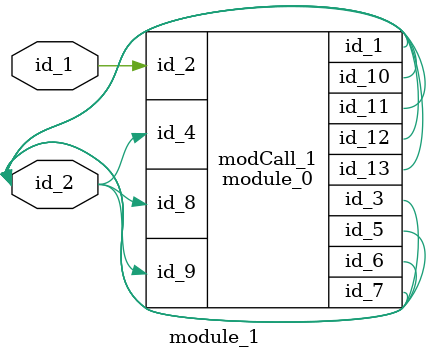
<source format=v>
module module_0 (
    id_1,
    id_2,
    id_3,
    id_4,
    id_5,
    id_6,
    id_7,
    id_8,
    id_9,
    id_10,
    id_11,
    id_12,
    id_13
);
  output wire id_13;
  inout wire id_12;
  output wire id_11;
  inout wire id_10;
  input wire id_9;
  input wire id_8;
  inout wire id_7;
  inout wire id_6;
  output wire id_5;
  input wire id_4;
  inout wire id_3;
  input wire id_2;
  inout wire id_1;
endmodule
module module_1 (
    id_1,
    id_2
);
  inout wire id_2;
  input wire id_1;
  module_0 modCall_1 (
      id_2,
      id_1,
      id_2,
      id_2,
      id_2,
      id_2,
      id_2,
      id_2,
      id_2,
      id_2,
      id_2,
      id_2,
      id_2
  );
endmodule

</source>
